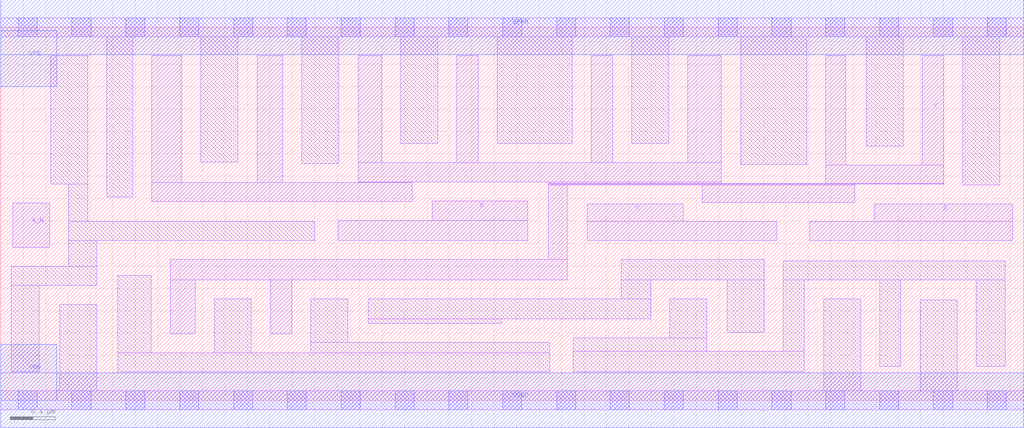
<source format=lef>
# Copyright 2020 The SkyWater PDK Authors
#
# Licensed under the Apache License, Version 2.0 (the "License");
# you may not use this file except in compliance with the License.
# You may obtain a copy of the License at
#
#     https://www.apache.org/licenses/LICENSE-2.0
#
# Unless required by applicable law or agreed to in writing, software
# distributed under the License is distributed on an "AS IS" BASIS,
# WITHOUT WARRANTIES OR CONDITIONS OF ANY KIND, either express or implied.
# See the License for the specific language governing permissions and
# limitations under the License.
#
# SPDX-License-Identifier: Apache-2.0

VERSION 5.5 ;
NAMESCASESENSITIVE ON ;
BUSBITCHARS "[]" ;
DIVIDERCHAR "/" ;
MACRO sky130_fd_sc_lp__nand4b_4
  CLASS CORE ;
  SOURCE USER ;
  ORIGIN  0.000000  0.000000 ;
  SIZE  9.120000 BY  3.330000 ;
  SYMMETRY X Y R90 ;
  SITE unit ;
  PIN A_N
    ANTENNAGATEAREA  0.315000 ;
    DIRECTION INPUT ;
    USE SIGNAL ;
    PORT
      LAYER li1 ;
        RECT 0.105000 1.365000 0.435000 1.760000 ;
    END
  END A_N
  PIN B
    ANTENNAGATEAREA  1.260000 ;
    DIRECTION INPUT ;
    USE SIGNAL ;
    PORT
      LAYER li1 ;
        RECT 3.010000 1.425000 4.700000 1.605000 ;
        RECT 3.845000 1.605000 4.700000 1.780000 ;
    END
  END B
  PIN C
    ANTENNAGATEAREA  1.260000 ;
    DIRECTION INPUT ;
    USE SIGNAL ;
    PORT
      LAYER li1 ;
        RECT 5.230000 1.425000 6.920000 1.595000 ;
        RECT 5.230000 1.595000 6.085000 1.750000 ;
    END
  END C
  PIN D
    ANTENNAGATEAREA  1.260000 ;
    DIRECTION INPUT ;
    USE SIGNAL ;
    PORT
      LAYER li1 ;
        RECT 7.210000 1.425000 9.020000 1.595000 ;
        RECT 7.785000 1.595000 9.020000 1.750000 ;
    END
  END D
  PIN Y
    ANTENNADIFFAREA  3.292800 ;
    DIRECTION OUTPUT ;
    USE SIGNAL ;
    PORT
      LAYER li1 ;
        RECT 1.345000 1.775000 3.670000 1.945000 ;
        RECT 1.345000 1.945000 1.615000 3.075000 ;
        RECT 1.510000 0.595000 1.735000 1.075000 ;
        RECT 1.510000 1.075000 5.050000 1.255000 ;
        RECT 2.285000 1.945000 2.515000 3.075000 ;
        RECT 2.405000 0.595000 2.595000 1.075000 ;
        RECT 3.185000 1.945000 3.670000 1.950000 ;
        RECT 3.185000 1.950000 6.425000 2.120000 ;
        RECT 3.185000 2.120000 3.395000 3.075000 ;
        RECT 4.065000 2.120000 4.255000 3.075000 ;
        RECT 4.880000 1.255000 5.050000 1.920000 ;
        RECT 4.880000 1.920000 7.615000 1.930000 ;
        RECT 4.880000 1.930000 8.405000 1.935000 ;
        RECT 4.880000 1.935000 6.425000 1.950000 ;
        RECT 5.265000 2.120000 5.455000 3.075000 ;
        RECT 6.125000 2.120000 6.425000 3.075000 ;
        RECT 6.255000 1.765000 7.615000 1.920000 ;
        RECT 7.355000 1.935000 8.405000 2.100000 ;
        RECT 7.355000 2.100000 7.535000 3.075000 ;
        RECT 8.215000 2.100000 8.405000 3.075000 ;
    END
  END Y
  PIN VGND
    DIRECTION INOUT ;
    USE GROUND ;
    PORT
      LAYER met1 ;
        RECT 0.000000 -0.245000 9.120000 0.245000 ;
    END
  END VGND
  PIN VNB
    DIRECTION INOUT ;
    USE GROUND ;
    PORT
      LAYER met1 ;
        RECT 0.000000 0.000000 0.500000 0.500000 ;
    END
  END VNB
  PIN VPB
    DIRECTION INOUT ;
    USE POWER ;
    PORT
      LAYER met1 ;
        RECT 0.000000 2.800000 0.500000 3.300000 ;
    END
  END VPB
  PIN VPWR
    DIRECTION INOUT ;
    USE POWER ;
    PORT
      LAYER met1 ;
        RECT 0.000000 3.085000 9.120000 3.575000 ;
    END
  END VPWR
  OBS
    LAYER li1 ;
      RECT 0.000000 -0.085000 9.120000 0.085000 ;
      RECT 0.000000  3.245000 9.120000 3.415000 ;
      RECT 0.095000  0.255000 0.345000 1.025000 ;
      RECT 0.095000  1.025000 0.855000 1.195000 ;
      RECT 0.445000  1.930000 0.775000 3.075000 ;
      RECT 0.525000  0.085000 0.855000 0.855000 ;
      RECT 0.605000  1.195000 0.855000 1.425000 ;
      RECT 0.605000  1.425000 2.800000 1.595000 ;
      RECT 0.605000  1.595000 0.775000 1.930000 ;
      RECT 0.945000  1.815000 1.175000 3.245000 ;
      RECT 1.045000  0.255000 4.895000 0.425000 ;
      RECT 1.045000  0.425000 1.340000 1.115000 ;
      RECT 1.785000  2.125000 2.115000 3.245000 ;
      RECT 1.905000  0.425000 2.235000 0.905000 ;
      RECT 2.685000  2.115000 3.015000 3.245000 ;
      RECT 2.765000  0.425000 4.895000 0.515000 ;
      RECT 2.765000  0.515000 3.095000 0.905000 ;
      RECT 3.275000  0.685000 4.465000 0.725000 ;
      RECT 3.275000  0.725000 5.795000 0.905000 ;
      RECT 3.565000  2.290000 3.895000 3.245000 ;
      RECT 4.425000  2.290000 5.095000 3.245000 ;
      RECT 5.105000  0.255000 7.165000 0.435000 ;
      RECT 5.105000  0.435000 6.295000 0.555000 ;
      RECT 5.530000  0.905000 5.795000 1.075000 ;
      RECT 5.530000  1.075000 6.805000 1.255000 ;
      RECT 5.625000  2.290000 5.955000 3.245000 ;
      RECT 5.965000  0.555000 6.295000 0.905000 ;
      RECT 6.475000  0.605000 6.805000 1.075000 ;
      RECT 6.595000  2.105000 7.185000 3.245000 ;
      RECT 6.975000  0.435000 7.165000 1.075000 ;
      RECT 6.975000  1.075000 8.955000 1.245000 ;
      RECT 7.335000  0.085000 7.665000 0.905000 ;
      RECT 7.715000  2.270000 8.045000 3.245000 ;
      RECT 7.835000  0.305000 8.025000 1.075000 ;
      RECT 8.195000  0.085000 8.525000 0.895000 ;
      RECT 8.575000  1.920000 8.905000 3.245000 ;
      RECT 8.695000  0.305000 8.955000 1.075000 ;
    LAYER mcon ;
      RECT 0.155000 -0.085000 0.325000 0.085000 ;
      RECT 0.155000  3.245000 0.325000 3.415000 ;
      RECT 0.635000 -0.085000 0.805000 0.085000 ;
      RECT 0.635000  3.245000 0.805000 3.415000 ;
      RECT 1.115000 -0.085000 1.285000 0.085000 ;
      RECT 1.115000  3.245000 1.285000 3.415000 ;
      RECT 1.595000 -0.085000 1.765000 0.085000 ;
      RECT 1.595000  3.245000 1.765000 3.415000 ;
      RECT 2.075000 -0.085000 2.245000 0.085000 ;
      RECT 2.075000  3.245000 2.245000 3.415000 ;
      RECT 2.555000 -0.085000 2.725000 0.085000 ;
      RECT 2.555000  3.245000 2.725000 3.415000 ;
      RECT 3.035000 -0.085000 3.205000 0.085000 ;
      RECT 3.035000  3.245000 3.205000 3.415000 ;
      RECT 3.515000 -0.085000 3.685000 0.085000 ;
      RECT 3.515000  3.245000 3.685000 3.415000 ;
      RECT 3.995000 -0.085000 4.165000 0.085000 ;
      RECT 3.995000  3.245000 4.165000 3.415000 ;
      RECT 4.475000 -0.085000 4.645000 0.085000 ;
      RECT 4.475000  3.245000 4.645000 3.415000 ;
      RECT 4.955000 -0.085000 5.125000 0.085000 ;
      RECT 4.955000  3.245000 5.125000 3.415000 ;
      RECT 5.435000 -0.085000 5.605000 0.085000 ;
      RECT 5.435000  3.245000 5.605000 3.415000 ;
      RECT 5.915000 -0.085000 6.085000 0.085000 ;
      RECT 5.915000  3.245000 6.085000 3.415000 ;
      RECT 6.395000 -0.085000 6.565000 0.085000 ;
      RECT 6.395000  3.245000 6.565000 3.415000 ;
      RECT 6.875000 -0.085000 7.045000 0.085000 ;
      RECT 6.875000  3.245000 7.045000 3.415000 ;
      RECT 7.355000 -0.085000 7.525000 0.085000 ;
      RECT 7.355000  3.245000 7.525000 3.415000 ;
      RECT 7.835000 -0.085000 8.005000 0.085000 ;
      RECT 7.835000  3.245000 8.005000 3.415000 ;
      RECT 8.315000 -0.085000 8.485000 0.085000 ;
      RECT 8.315000  3.245000 8.485000 3.415000 ;
      RECT 8.795000 -0.085000 8.965000 0.085000 ;
      RECT 8.795000  3.245000 8.965000 3.415000 ;
  END
END sky130_fd_sc_lp__nand4b_4

</source>
